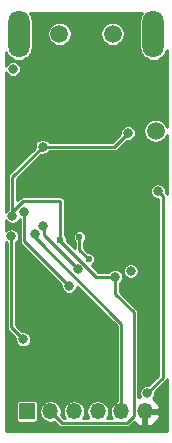
<source format=gbr>
%TF.GenerationSoftware,KiCad,Pcbnew,(5.1.9)-1*%
%TF.CreationDate,2021-06-08T23:05:36-04:00*%
%TF.ProjectId,mega_nrf24_usb,6d656761-5f6e-4726-9632-345f7573622e,rev?*%
%TF.SameCoordinates,Original*%
%TF.FileFunction,Copper,L2,Bot*%
%TF.FilePolarity,Positive*%
%FSLAX46Y46*%
G04 Gerber Fmt 4.6, Leading zero omitted, Abs format (unit mm)*
G04 Created by KiCad (PCBNEW (5.1.9)-1) date 2021-06-08 23:05:36*
%MOMM*%
%LPD*%
G01*
G04 APERTURE LIST*
%TA.AperFunction,ComponentPad*%
%ADD10O,1.350000X1.350000*%
%TD*%
%TA.AperFunction,ComponentPad*%
%ADD11R,1.350000X1.350000*%
%TD*%
%TA.AperFunction,ComponentPad*%
%ADD12C,1.500000*%
%TD*%
%TA.AperFunction,ComponentPad*%
%ADD13O,1.800000X4.000000*%
%TD*%
%TA.AperFunction,ViaPad*%
%ADD14C,0.800000*%
%TD*%
%TA.AperFunction,ViaPad*%
%ADD15C,0.600000*%
%TD*%
%TA.AperFunction,Conductor*%
%ADD16C,0.250000*%
%TD*%
%TA.AperFunction,Conductor*%
%ADD17C,0.254000*%
%TD*%
%TA.AperFunction,Conductor*%
%ADD18C,0.100000*%
%TD*%
G04 APERTURE END LIST*
D10*
%TO.P,J3,6*%
%TO.N,Earth*%
X255710250Y-133832600D03*
%TO.P,J3,5*%
%TO.N,/RST*%
X253710250Y-133832600D03*
%TO.P,J3,4*%
%TO.N,/MOSI*%
X251710250Y-133832600D03*
%TO.P,J3,3*%
%TO.N,/SCK*%
X249710250Y-133832600D03*
%TO.P,J3,2*%
%TO.N,+5V*%
X247710250Y-133832600D03*
D11*
%TO.P,J3,1*%
%TO.N,/MISO*%
X245710250Y-133832600D03*
%TD*%
D12*
%TO.P,J2,SH*%
%TO.N,N/C*%
X248475500Y-101866700D03*
X252975500Y-101866700D03*
D13*
X245025500Y-101866700D03*
X256425500Y-101866700D03*
%TD*%
D12*
%TO.P,TP1,1*%
%TO.N,Net-(TP1-Pad1)*%
X256616200Y-110070900D03*
%TD*%
D14*
%TO.N,+5V*%
X254502920Y-121947940D03*
X254274320Y-110258860D03*
X247041547Y-111418247D03*
D15*
X248555513Y-119351662D03*
D14*
X244490240Y-117284500D03*
X253202440Y-122425460D03*
X244538500Y-104851198D03*
%TO.N,/CSN_D10*%
X255905000Y-132283200D03*
X256800000Y-115200000D03*
D15*
%TO.N,Net-(U1-Pad16)*%
X250163729Y-119058946D03*
X250938082Y-120937100D03*
D14*
%TO.N,/RST*%
X246370899Y-118787105D03*
%TO.N,/MISO*%
X250033477Y-121807067D03*
X247046747Y-118105982D03*
%TO.N,/MOSI*%
X245414800Y-127736600D03*
X244400000Y-119000000D03*
%TO.N,/SCK*%
X249301000Y-123215400D03*
X245508792Y-116933205D03*
%TO.N,Earth*%
X253238000Y-109776260D03*
D15*
X249302678Y-119262961D03*
D14*
X254147600Y-119649390D03*
D15*
X246052416Y-114377286D03*
D14*
X246989600Y-122088380D03*
X246557800Y-109948980D03*
X254317500Y-106184700D03*
X256522590Y-118986323D03*
X256522590Y-128092200D03*
X249382600Y-107182600D03*
%TD*%
D16*
%TO.N,+5V*%
X244490240Y-113969554D02*
X247041547Y-111418247D01*
X244490240Y-117284500D02*
X244490240Y-113969554D01*
X253114933Y-111418247D02*
X254274320Y-110258860D01*
X247041547Y-111418247D02*
X253114933Y-111418247D01*
X251609860Y-122425460D02*
X253202440Y-122425460D01*
X248555513Y-119371113D02*
X251609860Y-122425460D01*
X248555513Y-119351662D02*
X248555513Y-119371113D01*
X248662651Y-134785001D02*
X247710250Y-133832600D01*
X254167403Y-134785001D02*
X248662651Y-134785001D01*
X254757849Y-134194555D02*
X254167403Y-134785001D01*
X253202440Y-123873942D02*
X254757849Y-125429351D01*
X254757849Y-125429351D02*
X254757849Y-134194555D01*
X253202440Y-122425460D02*
X253202440Y-123873942D01*
X244490240Y-117284500D02*
X244490240Y-116949201D01*
X244490240Y-116949201D02*
X245423668Y-116015773D01*
X245423668Y-116015773D02*
X248555513Y-116015773D01*
X248555513Y-116015773D02*
X248555513Y-119351662D01*
%TO.N,/CSN_D10*%
X257200000Y-115600000D02*
X256800000Y-115200000D01*
X255905000Y-132283200D02*
X257200000Y-130988200D01*
X257200000Y-130988200D02*
X257200000Y-115600000D01*
%TO.N,Net-(U1-Pad16)*%
X250163729Y-119058946D02*
X250163729Y-120162747D01*
X250163729Y-120162747D02*
X250938082Y-120937100D01*
%TO.N,/RST*%
X253710250Y-133832600D02*
X253710250Y-126445720D01*
X246370899Y-119106369D02*
X246370899Y-118787105D01*
X253710250Y-126445720D02*
X246370899Y-119106369D01*
%TO.N,/MISO*%
X250033477Y-121807067D02*
X247130365Y-118903955D01*
X247130365Y-118189600D02*
X247046747Y-118105982D01*
X247130365Y-118903955D02*
X247130365Y-118189600D01*
%TO.N,/MOSI*%
X245414800Y-127736600D02*
X244400000Y-126721800D01*
X244400000Y-126721800D02*
X244400000Y-119000000D01*
%TO.N,/SCK*%
X249301000Y-123215400D02*
X249097800Y-123012200D01*
X249301000Y-123215400D02*
X245508792Y-119423192D01*
X245508792Y-119423192D02*
X245508792Y-116933205D01*
%TO.N,Earth*%
X246989600Y-122088380D02*
X246989600Y-123009660D01*
X249324180Y-107182600D02*
X249382600Y-107182600D01*
X246557800Y-109948980D02*
X249324180Y-107182600D01*
%TD*%
D17*
%TO.N,Earth*%
X245104392Y-119403340D02*
X245102437Y-119423192D01*
X245104392Y-119443044D01*
X245104392Y-119443051D01*
X245105115Y-119450388D01*
X245110244Y-119502468D01*
X245131459Y-119572403D01*
X245133368Y-119578697D01*
X245170919Y-119648950D01*
X245221455Y-119710529D01*
X245236886Y-119723193D01*
X248628332Y-123114640D01*
X248621600Y-123148485D01*
X248621600Y-123282315D01*
X248647709Y-123413574D01*
X248698924Y-123537216D01*
X248773276Y-123648492D01*
X248867908Y-123743124D01*
X248979184Y-123817476D01*
X249102826Y-123868691D01*
X249234085Y-123894800D01*
X249367915Y-123894800D01*
X249499174Y-123868691D01*
X249622816Y-123817476D01*
X249734092Y-123743124D01*
X249828724Y-123648492D01*
X249903076Y-123537216D01*
X249954291Y-123413574D01*
X249979494Y-123286871D01*
X253305851Y-126613229D01*
X253305850Y-132967073D01*
X253258172Y-132986822D01*
X253101855Y-133091269D01*
X252968919Y-133224205D01*
X252864472Y-133380522D01*
X252792527Y-133554212D01*
X252755850Y-133738600D01*
X252755850Y-133926600D01*
X252792527Y-134110988D01*
X252864472Y-134284678D01*
X252928565Y-134380601D01*
X252491935Y-134380601D01*
X252556028Y-134284678D01*
X252627973Y-134110988D01*
X252664650Y-133926600D01*
X252664650Y-133738600D01*
X252627973Y-133554212D01*
X252556028Y-133380522D01*
X252451581Y-133224205D01*
X252318645Y-133091269D01*
X252162328Y-132986822D01*
X251988638Y-132914877D01*
X251804250Y-132878200D01*
X251616250Y-132878200D01*
X251431862Y-132914877D01*
X251258172Y-132986822D01*
X251101855Y-133091269D01*
X250968919Y-133224205D01*
X250864472Y-133380522D01*
X250792527Y-133554212D01*
X250755850Y-133738600D01*
X250755850Y-133926600D01*
X250792527Y-134110988D01*
X250864472Y-134284678D01*
X250928565Y-134380601D01*
X250491935Y-134380601D01*
X250556028Y-134284678D01*
X250627973Y-134110988D01*
X250664650Y-133926600D01*
X250664650Y-133738600D01*
X250627973Y-133554212D01*
X250556028Y-133380522D01*
X250451581Y-133224205D01*
X250318645Y-133091269D01*
X250162328Y-132986822D01*
X249988638Y-132914877D01*
X249804250Y-132878200D01*
X249616250Y-132878200D01*
X249431862Y-132914877D01*
X249258172Y-132986822D01*
X249101855Y-133091269D01*
X248968919Y-133224205D01*
X248864472Y-133380522D01*
X248792527Y-133554212D01*
X248755850Y-133738600D01*
X248755850Y-133926600D01*
X248792527Y-134110988D01*
X248864472Y-134284678D01*
X248928565Y-134380601D01*
X248830159Y-134380601D01*
X248608224Y-134158666D01*
X248627973Y-134110988D01*
X248664650Y-133926600D01*
X248664650Y-133738600D01*
X248627973Y-133554212D01*
X248556028Y-133380522D01*
X248451581Y-133224205D01*
X248318645Y-133091269D01*
X248162328Y-132986822D01*
X247988638Y-132914877D01*
X247804250Y-132878200D01*
X247616250Y-132878200D01*
X247431862Y-132914877D01*
X247258172Y-132986822D01*
X247101855Y-133091269D01*
X246968919Y-133224205D01*
X246864472Y-133380522D01*
X246792527Y-133554212D01*
X246755850Y-133738600D01*
X246755850Y-133926600D01*
X246792527Y-134110988D01*
X246864472Y-134284678D01*
X246968919Y-134440995D01*
X247101855Y-134573931D01*
X247258172Y-134678378D01*
X247431862Y-134750323D01*
X247616250Y-134787000D01*
X247804250Y-134787000D01*
X247988638Y-134750323D01*
X248036316Y-134730574D01*
X248362655Y-135056913D01*
X248375314Y-135072338D01*
X248436892Y-135122874D01*
X248507145Y-135160425D01*
X248583375Y-135183549D01*
X248642791Y-135189401D01*
X248642801Y-135189401D01*
X248662650Y-135191356D01*
X248682500Y-135189401D01*
X254147551Y-135189401D01*
X254167403Y-135191356D01*
X254187255Y-135189401D01*
X254187263Y-135189401D01*
X254246679Y-135183549D01*
X254322909Y-135160425D01*
X254393162Y-135122874D01*
X254454740Y-135072338D01*
X254467404Y-135056908D01*
X254778751Y-134745560D01*
X254839023Y-134810903D01*
X255046621Y-134962073D01*
X255279722Y-135069838D01*
X255380850Y-135100510D01*
X255583250Y-134976824D01*
X255583250Y-133959600D01*
X255837250Y-133959600D01*
X255837250Y-134976824D01*
X256039650Y-135100510D01*
X256140778Y-135069838D01*
X256373879Y-134962073D01*
X256581477Y-134810903D01*
X256755594Y-134622137D01*
X256889539Y-134403030D01*
X256978165Y-134162001D01*
X256855335Y-133959600D01*
X255837250Y-133959600D01*
X255583250Y-133959600D01*
X255563250Y-133959600D01*
X255563250Y-133705600D01*
X255583250Y-133705600D01*
X255583250Y-133685600D01*
X255837250Y-133685600D01*
X255837250Y-133705600D01*
X256855335Y-133705600D01*
X256978165Y-133503199D01*
X256889539Y-133262170D01*
X256755594Y-133043063D01*
X256581477Y-132854297D01*
X256415547Y-132733469D01*
X256432724Y-132716292D01*
X256507076Y-132605016D01*
X256558291Y-132481374D01*
X256584400Y-132350115D01*
X256584400Y-132216285D01*
X256577668Y-132182440D01*
X257471913Y-131288195D01*
X257487337Y-131275537D01*
X257537873Y-131213959D01*
X257575424Y-131143706D01*
X257581400Y-131124005D01*
X257581400Y-135485199D01*
X243916200Y-135485199D01*
X243916200Y-133157600D01*
X244754499Y-133157600D01*
X244754499Y-134507600D01*
X244759894Y-134562372D01*
X244775870Y-134615039D01*
X244801814Y-134663577D01*
X244836729Y-134706121D01*
X244879273Y-134741036D01*
X244927811Y-134766980D01*
X244980478Y-134782956D01*
X245035250Y-134788351D01*
X246385250Y-134788351D01*
X246440022Y-134782956D01*
X246492689Y-134766980D01*
X246541227Y-134741036D01*
X246583771Y-134706121D01*
X246618686Y-134663577D01*
X246644630Y-134615039D01*
X246660606Y-134562372D01*
X246666001Y-134507600D01*
X246666001Y-133157600D01*
X246660606Y-133102828D01*
X246644630Y-133050161D01*
X246618686Y-133001623D01*
X246583771Y-132959079D01*
X246541227Y-132924164D01*
X246492689Y-132898220D01*
X246440022Y-132882244D01*
X246385250Y-132876849D01*
X245035250Y-132876849D01*
X244980478Y-132882244D01*
X244927811Y-132898220D01*
X244879273Y-132924164D01*
X244836729Y-132959079D01*
X244801814Y-133001623D01*
X244775870Y-133050161D01*
X244759894Y-133102828D01*
X244754499Y-133157600D01*
X243916200Y-133157600D01*
X243916200Y-119477016D01*
X243966908Y-119527724D01*
X243995601Y-119546896D01*
X243995600Y-126701948D01*
X243993645Y-126721800D01*
X243995600Y-126741652D01*
X243995600Y-126741659D01*
X244001452Y-126801075D01*
X244024576Y-126877305D01*
X244062127Y-126947558D01*
X244112663Y-127009137D01*
X244128094Y-127021801D01*
X244742132Y-127635840D01*
X244735400Y-127669685D01*
X244735400Y-127803515D01*
X244761509Y-127934774D01*
X244812724Y-128058416D01*
X244887076Y-128169692D01*
X244981708Y-128264324D01*
X245092984Y-128338676D01*
X245216626Y-128389891D01*
X245347885Y-128416000D01*
X245481715Y-128416000D01*
X245612974Y-128389891D01*
X245736616Y-128338676D01*
X245847892Y-128264324D01*
X245942524Y-128169692D01*
X246016876Y-128058416D01*
X246068091Y-127934774D01*
X246094200Y-127803515D01*
X246094200Y-127669685D01*
X246068091Y-127538426D01*
X246016876Y-127414784D01*
X245942524Y-127303508D01*
X245847892Y-127208876D01*
X245736616Y-127134524D01*
X245612974Y-127083309D01*
X245481715Y-127057200D01*
X245347885Y-127057200D01*
X245314040Y-127063932D01*
X244804400Y-126554293D01*
X244804400Y-119546895D01*
X244833092Y-119527724D01*
X244927724Y-119433092D01*
X245002076Y-119321816D01*
X245053291Y-119198174D01*
X245079400Y-119066915D01*
X245079400Y-118933085D01*
X245053291Y-118801826D01*
X245002076Y-118678184D01*
X244927724Y-118566908D01*
X244833092Y-118472276D01*
X244721816Y-118397924D01*
X244598174Y-118346709D01*
X244466915Y-118320600D01*
X244333085Y-118320600D01*
X244201826Y-118346709D01*
X244078184Y-118397924D01*
X243966908Y-118472276D01*
X243916200Y-118522984D01*
X243916200Y-117648275D01*
X243962516Y-117717592D01*
X244057148Y-117812224D01*
X244168424Y-117886576D01*
X244292066Y-117937791D01*
X244423325Y-117963900D01*
X244557155Y-117963900D01*
X244688414Y-117937791D01*
X244812056Y-117886576D01*
X244923332Y-117812224D01*
X245017964Y-117717592D01*
X245092316Y-117606316D01*
X245104393Y-117577161D01*
X245104392Y-119403340D01*
%TA.AperFunction,Conductor*%
D18*
G36*
X245104392Y-119403340D02*
G01*
X245102437Y-119423192D01*
X245104392Y-119443044D01*
X245104392Y-119443051D01*
X245105115Y-119450388D01*
X245110244Y-119502468D01*
X245131459Y-119572403D01*
X245133368Y-119578697D01*
X245170919Y-119648950D01*
X245221455Y-119710529D01*
X245236886Y-119723193D01*
X248628332Y-123114640D01*
X248621600Y-123148485D01*
X248621600Y-123282315D01*
X248647709Y-123413574D01*
X248698924Y-123537216D01*
X248773276Y-123648492D01*
X248867908Y-123743124D01*
X248979184Y-123817476D01*
X249102826Y-123868691D01*
X249234085Y-123894800D01*
X249367915Y-123894800D01*
X249499174Y-123868691D01*
X249622816Y-123817476D01*
X249734092Y-123743124D01*
X249828724Y-123648492D01*
X249903076Y-123537216D01*
X249954291Y-123413574D01*
X249979494Y-123286871D01*
X253305851Y-126613229D01*
X253305850Y-132967073D01*
X253258172Y-132986822D01*
X253101855Y-133091269D01*
X252968919Y-133224205D01*
X252864472Y-133380522D01*
X252792527Y-133554212D01*
X252755850Y-133738600D01*
X252755850Y-133926600D01*
X252792527Y-134110988D01*
X252864472Y-134284678D01*
X252928565Y-134380601D01*
X252491935Y-134380601D01*
X252556028Y-134284678D01*
X252627973Y-134110988D01*
X252664650Y-133926600D01*
X252664650Y-133738600D01*
X252627973Y-133554212D01*
X252556028Y-133380522D01*
X252451581Y-133224205D01*
X252318645Y-133091269D01*
X252162328Y-132986822D01*
X251988638Y-132914877D01*
X251804250Y-132878200D01*
X251616250Y-132878200D01*
X251431862Y-132914877D01*
X251258172Y-132986822D01*
X251101855Y-133091269D01*
X250968919Y-133224205D01*
X250864472Y-133380522D01*
X250792527Y-133554212D01*
X250755850Y-133738600D01*
X250755850Y-133926600D01*
X250792527Y-134110988D01*
X250864472Y-134284678D01*
X250928565Y-134380601D01*
X250491935Y-134380601D01*
X250556028Y-134284678D01*
X250627973Y-134110988D01*
X250664650Y-133926600D01*
X250664650Y-133738600D01*
X250627973Y-133554212D01*
X250556028Y-133380522D01*
X250451581Y-133224205D01*
X250318645Y-133091269D01*
X250162328Y-132986822D01*
X249988638Y-132914877D01*
X249804250Y-132878200D01*
X249616250Y-132878200D01*
X249431862Y-132914877D01*
X249258172Y-132986822D01*
X249101855Y-133091269D01*
X248968919Y-133224205D01*
X248864472Y-133380522D01*
X248792527Y-133554212D01*
X248755850Y-133738600D01*
X248755850Y-133926600D01*
X248792527Y-134110988D01*
X248864472Y-134284678D01*
X248928565Y-134380601D01*
X248830159Y-134380601D01*
X248608224Y-134158666D01*
X248627973Y-134110988D01*
X248664650Y-133926600D01*
X248664650Y-133738600D01*
X248627973Y-133554212D01*
X248556028Y-133380522D01*
X248451581Y-133224205D01*
X248318645Y-133091269D01*
X248162328Y-132986822D01*
X247988638Y-132914877D01*
X247804250Y-132878200D01*
X247616250Y-132878200D01*
X247431862Y-132914877D01*
X247258172Y-132986822D01*
X247101855Y-133091269D01*
X246968919Y-133224205D01*
X246864472Y-133380522D01*
X246792527Y-133554212D01*
X246755850Y-133738600D01*
X246755850Y-133926600D01*
X246792527Y-134110988D01*
X246864472Y-134284678D01*
X246968919Y-134440995D01*
X247101855Y-134573931D01*
X247258172Y-134678378D01*
X247431862Y-134750323D01*
X247616250Y-134787000D01*
X247804250Y-134787000D01*
X247988638Y-134750323D01*
X248036316Y-134730574D01*
X248362655Y-135056913D01*
X248375314Y-135072338D01*
X248436892Y-135122874D01*
X248507145Y-135160425D01*
X248583375Y-135183549D01*
X248642791Y-135189401D01*
X248642801Y-135189401D01*
X248662650Y-135191356D01*
X248682500Y-135189401D01*
X254147551Y-135189401D01*
X254167403Y-135191356D01*
X254187255Y-135189401D01*
X254187263Y-135189401D01*
X254246679Y-135183549D01*
X254322909Y-135160425D01*
X254393162Y-135122874D01*
X254454740Y-135072338D01*
X254467404Y-135056908D01*
X254778751Y-134745560D01*
X254839023Y-134810903D01*
X255046621Y-134962073D01*
X255279722Y-135069838D01*
X255380850Y-135100510D01*
X255583250Y-134976824D01*
X255583250Y-133959600D01*
X255837250Y-133959600D01*
X255837250Y-134976824D01*
X256039650Y-135100510D01*
X256140778Y-135069838D01*
X256373879Y-134962073D01*
X256581477Y-134810903D01*
X256755594Y-134622137D01*
X256889539Y-134403030D01*
X256978165Y-134162001D01*
X256855335Y-133959600D01*
X255837250Y-133959600D01*
X255583250Y-133959600D01*
X255563250Y-133959600D01*
X255563250Y-133705600D01*
X255583250Y-133705600D01*
X255583250Y-133685600D01*
X255837250Y-133685600D01*
X255837250Y-133705600D01*
X256855335Y-133705600D01*
X256978165Y-133503199D01*
X256889539Y-133262170D01*
X256755594Y-133043063D01*
X256581477Y-132854297D01*
X256415547Y-132733469D01*
X256432724Y-132716292D01*
X256507076Y-132605016D01*
X256558291Y-132481374D01*
X256584400Y-132350115D01*
X256584400Y-132216285D01*
X256577668Y-132182440D01*
X257471913Y-131288195D01*
X257487337Y-131275537D01*
X257537873Y-131213959D01*
X257575424Y-131143706D01*
X257581400Y-131124005D01*
X257581400Y-135485199D01*
X243916200Y-135485199D01*
X243916200Y-133157600D01*
X244754499Y-133157600D01*
X244754499Y-134507600D01*
X244759894Y-134562372D01*
X244775870Y-134615039D01*
X244801814Y-134663577D01*
X244836729Y-134706121D01*
X244879273Y-134741036D01*
X244927811Y-134766980D01*
X244980478Y-134782956D01*
X245035250Y-134788351D01*
X246385250Y-134788351D01*
X246440022Y-134782956D01*
X246492689Y-134766980D01*
X246541227Y-134741036D01*
X246583771Y-134706121D01*
X246618686Y-134663577D01*
X246644630Y-134615039D01*
X246660606Y-134562372D01*
X246666001Y-134507600D01*
X246666001Y-133157600D01*
X246660606Y-133102828D01*
X246644630Y-133050161D01*
X246618686Y-133001623D01*
X246583771Y-132959079D01*
X246541227Y-132924164D01*
X246492689Y-132898220D01*
X246440022Y-132882244D01*
X246385250Y-132876849D01*
X245035250Y-132876849D01*
X244980478Y-132882244D01*
X244927811Y-132898220D01*
X244879273Y-132924164D01*
X244836729Y-132959079D01*
X244801814Y-133001623D01*
X244775870Y-133050161D01*
X244759894Y-133102828D01*
X244754499Y-133157600D01*
X243916200Y-133157600D01*
X243916200Y-119477016D01*
X243966908Y-119527724D01*
X243995601Y-119546896D01*
X243995600Y-126701948D01*
X243993645Y-126721800D01*
X243995600Y-126741652D01*
X243995600Y-126741659D01*
X244001452Y-126801075D01*
X244024576Y-126877305D01*
X244062127Y-126947558D01*
X244112663Y-127009137D01*
X244128094Y-127021801D01*
X244742132Y-127635840D01*
X244735400Y-127669685D01*
X244735400Y-127803515D01*
X244761509Y-127934774D01*
X244812724Y-128058416D01*
X244887076Y-128169692D01*
X244981708Y-128264324D01*
X245092984Y-128338676D01*
X245216626Y-128389891D01*
X245347885Y-128416000D01*
X245481715Y-128416000D01*
X245612974Y-128389891D01*
X245736616Y-128338676D01*
X245847892Y-128264324D01*
X245942524Y-128169692D01*
X246016876Y-128058416D01*
X246068091Y-127934774D01*
X246094200Y-127803515D01*
X246094200Y-127669685D01*
X246068091Y-127538426D01*
X246016876Y-127414784D01*
X245942524Y-127303508D01*
X245847892Y-127208876D01*
X245736616Y-127134524D01*
X245612974Y-127083309D01*
X245481715Y-127057200D01*
X245347885Y-127057200D01*
X245314040Y-127063932D01*
X244804400Y-126554293D01*
X244804400Y-119546895D01*
X244833092Y-119527724D01*
X244927724Y-119433092D01*
X245002076Y-119321816D01*
X245053291Y-119198174D01*
X245079400Y-119066915D01*
X245079400Y-118933085D01*
X245053291Y-118801826D01*
X245002076Y-118678184D01*
X244927724Y-118566908D01*
X244833092Y-118472276D01*
X244721816Y-118397924D01*
X244598174Y-118346709D01*
X244466915Y-118320600D01*
X244333085Y-118320600D01*
X244201826Y-118346709D01*
X244078184Y-118397924D01*
X243966908Y-118472276D01*
X243916200Y-118522984D01*
X243916200Y-117648275D01*
X243962516Y-117717592D01*
X244057148Y-117812224D01*
X244168424Y-117886576D01*
X244292066Y-117937791D01*
X244423325Y-117963900D01*
X244557155Y-117963900D01*
X244688414Y-117937791D01*
X244812056Y-117886576D01*
X244923332Y-117812224D01*
X245017964Y-117717592D01*
X245092316Y-117606316D01*
X245104393Y-117577161D01*
X245104392Y-119403340D01*
G37*
%TD.AperFunction*%
D17*
X255330606Y-100313180D02*
X255263166Y-100535497D01*
X255246101Y-100708765D01*
X255246100Y-103024634D01*
X255263165Y-103197902D01*
X255330605Y-103420219D01*
X255440120Y-103625109D01*
X255587504Y-103804696D01*
X255767090Y-103952080D01*
X255971980Y-104061595D01*
X256194297Y-104129035D01*
X256425500Y-104151806D01*
X256656702Y-104129035D01*
X256879019Y-104061595D01*
X257083909Y-103952080D01*
X257263496Y-103804696D01*
X257410880Y-103625110D01*
X257520395Y-103420220D01*
X257581400Y-103219118D01*
X257581400Y-109711146D01*
X257528443Y-109583296D01*
X257415787Y-109414696D01*
X257272404Y-109271313D01*
X257103804Y-109158657D01*
X256916465Y-109081059D01*
X256717587Y-109041500D01*
X256514813Y-109041500D01*
X256315935Y-109081059D01*
X256128596Y-109158657D01*
X255959996Y-109271313D01*
X255816613Y-109414696D01*
X255703957Y-109583296D01*
X255626359Y-109770635D01*
X255586800Y-109969513D01*
X255586800Y-110172287D01*
X255626359Y-110371165D01*
X255703957Y-110558504D01*
X255816613Y-110727104D01*
X255959996Y-110870487D01*
X256128596Y-110983143D01*
X256315935Y-111060741D01*
X256514813Y-111100300D01*
X256717587Y-111100300D01*
X256916465Y-111060741D01*
X257103804Y-110983143D01*
X257272404Y-110870487D01*
X257415787Y-110727104D01*
X257528443Y-110558504D01*
X257581400Y-110430654D01*
X257581400Y-115464194D01*
X257575424Y-115444494D01*
X257537873Y-115374241D01*
X257487337Y-115312663D01*
X257472691Y-115300643D01*
X257479400Y-115266915D01*
X257479400Y-115133085D01*
X257453291Y-115001826D01*
X257402076Y-114878184D01*
X257327724Y-114766908D01*
X257233092Y-114672276D01*
X257121816Y-114597924D01*
X256998174Y-114546709D01*
X256866915Y-114520600D01*
X256733085Y-114520600D01*
X256601826Y-114546709D01*
X256478184Y-114597924D01*
X256366908Y-114672276D01*
X256272276Y-114766908D01*
X256197924Y-114878184D01*
X256146709Y-115001826D01*
X256120600Y-115133085D01*
X256120600Y-115266915D01*
X256146709Y-115398174D01*
X256197924Y-115521816D01*
X256272276Y-115633092D01*
X256366908Y-115727724D01*
X256478184Y-115802076D01*
X256601826Y-115853291D01*
X256733085Y-115879400D01*
X256795601Y-115879400D01*
X256795600Y-130820692D01*
X256005760Y-131610532D01*
X255971915Y-131603800D01*
X255838085Y-131603800D01*
X255706826Y-131629909D01*
X255583184Y-131681124D01*
X255471908Y-131755476D01*
X255377276Y-131850108D01*
X255302924Y-131961384D01*
X255251709Y-132085026D01*
X255225600Y-132216285D01*
X255225600Y-132350115D01*
X255251709Y-132481374D01*
X255296782Y-132590188D01*
X255279722Y-132595362D01*
X255162249Y-132649671D01*
X255162249Y-125449211D01*
X255164205Y-125429351D01*
X255156397Y-125350074D01*
X255133273Y-125273845D01*
X255095722Y-125203592D01*
X255045186Y-125142014D01*
X255029762Y-125129356D01*
X253606840Y-123706435D01*
X253606840Y-122972355D01*
X253635532Y-122953184D01*
X253730164Y-122858552D01*
X253804516Y-122747276D01*
X253855731Y-122623634D01*
X253881840Y-122492375D01*
X253881840Y-122358545D01*
X253855731Y-122227286D01*
X253804516Y-122103644D01*
X253730164Y-121992368D01*
X253635532Y-121897736D01*
X253610523Y-121881025D01*
X253823520Y-121881025D01*
X253823520Y-122014855D01*
X253849629Y-122146114D01*
X253900844Y-122269756D01*
X253975196Y-122381032D01*
X254069828Y-122475664D01*
X254181104Y-122550016D01*
X254304746Y-122601231D01*
X254436005Y-122627340D01*
X254569835Y-122627340D01*
X254701094Y-122601231D01*
X254824736Y-122550016D01*
X254936012Y-122475664D01*
X255030644Y-122381032D01*
X255104996Y-122269756D01*
X255156211Y-122146114D01*
X255182320Y-122014855D01*
X255182320Y-121881025D01*
X255156211Y-121749766D01*
X255104996Y-121626124D01*
X255030644Y-121514848D01*
X254936012Y-121420216D01*
X254824736Y-121345864D01*
X254701094Y-121294649D01*
X254569835Y-121268540D01*
X254436005Y-121268540D01*
X254304746Y-121294649D01*
X254181104Y-121345864D01*
X254069828Y-121420216D01*
X253975196Y-121514848D01*
X253900844Y-121626124D01*
X253849629Y-121749766D01*
X253823520Y-121881025D01*
X253610523Y-121881025D01*
X253524256Y-121823384D01*
X253400614Y-121772169D01*
X253269355Y-121746060D01*
X253135525Y-121746060D01*
X253004266Y-121772169D01*
X252880624Y-121823384D01*
X252769348Y-121897736D01*
X252674716Y-121992368D01*
X252655545Y-122021060D01*
X251777368Y-122021060D01*
X251208524Y-121452217D01*
X251212531Y-121450557D01*
X251307428Y-121387149D01*
X251388131Y-121306446D01*
X251451539Y-121211549D01*
X251495216Y-121106105D01*
X251517482Y-120994166D01*
X251517482Y-120880034D01*
X251495216Y-120768095D01*
X251451539Y-120662651D01*
X251388131Y-120567754D01*
X251307428Y-120487051D01*
X251212531Y-120423643D01*
X251107087Y-120379966D01*
X250995148Y-120357700D01*
X250930590Y-120357700D01*
X250568129Y-119995240D01*
X250568129Y-119473941D01*
X250613778Y-119428292D01*
X250677186Y-119333395D01*
X250720863Y-119227951D01*
X250743129Y-119116012D01*
X250743129Y-119001880D01*
X250720863Y-118889941D01*
X250677186Y-118784497D01*
X250613778Y-118689600D01*
X250533075Y-118608897D01*
X250438178Y-118545489D01*
X250332734Y-118501812D01*
X250220795Y-118479546D01*
X250106663Y-118479546D01*
X249994724Y-118501812D01*
X249889280Y-118545489D01*
X249794383Y-118608897D01*
X249713680Y-118689600D01*
X249650272Y-118784497D01*
X249606595Y-118889941D01*
X249584329Y-119001880D01*
X249584329Y-119116012D01*
X249606595Y-119227951D01*
X249650272Y-119333395D01*
X249713680Y-119428292D01*
X249759329Y-119473941D01*
X249759330Y-120003023D01*
X249134913Y-119378606D01*
X249134913Y-119294596D01*
X249112647Y-119182657D01*
X249068970Y-119077213D01*
X249005562Y-118982316D01*
X248959913Y-118936667D01*
X248959913Y-116035633D01*
X248961869Y-116015773D01*
X248954061Y-115936497D01*
X248930937Y-115860267D01*
X248893386Y-115790014D01*
X248842850Y-115728436D01*
X248781272Y-115677900D01*
X248711019Y-115640349D01*
X248634789Y-115617225D01*
X248575373Y-115611373D01*
X248575372Y-115611373D01*
X248555513Y-115609417D01*
X248535653Y-115611373D01*
X245443528Y-115611373D01*
X245423668Y-115609417D01*
X245344391Y-115617225D01*
X245292085Y-115633092D01*
X245268162Y-115640349D01*
X245197909Y-115677900D01*
X245136331Y-115728436D01*
X245123672Y-115743861D01*
X244894640Y-115972893D01*
X244894640Y-114137061D01*
X246940787Y-112090915D01*
X246974632Y-112097647D01*
X247108462Y-112097647D01*
X247239721Y-112071538D01*
X247363363Y-112020323D01*
X247474639Y-111945971D01*
X247569271Y-111851339D01*
X247588442Y-111822647D01*
X253095081Y-111822647D01*
X253114933Y-111824602D01*
X253134785Y-111822647D01*
X253134793Y-111822647D01*
X253194209Y-111816795D01*
X253270439Y-111793671D01*
X253340692Y-111756120D01*
X253402270Y-111705584D01*
X253414934Y-111690153D01*
X254173560Y-110931528D01*
X254207405Y-110938260D01*
X254341235Y-110938260D01*
X254472494Y-110912151D01*
X254596136Y-110860936D01*
X254707412Y-110786584D01*
X254802044Y-110691952D01*
X254876396Y-110580676D01*
X254927611Y-110457034D01*
X254953720Y-110325775D01*
X254953720Y-110191945D01*
X254927611Y-110060686D01*
X254876396Y-109937044D01*
X254802044Y-109825768D01*
X254707412Y-109731136D01*
X254596136Y-109656784D01*
X254472494Y-109605569D01*
X254341235Y-109579460D01*
X254207405Y-109579460D01*
X254076146Y-109605569D01*
X253952504Y-109656784D01*
X253841228Y-109731136D01*
X253746596Y-109825768D01*
X253672244Y-109937044D01*
X253621029Y-110060686D01*
X253594920Y-110191945D01*
X253594920Y-110325775D01*
X253601652Y-110359620D01*
X252947426Y-111013847D01*
X247588442Y-111013847D01*
X247569271Y-110985155D01*
X247474639Y-110890523D01*
X247363363Y-110816171D01*
X247239721Y-110764956D01*
X247108462Y-110738847D01*
X246974632Y-110738847D01*
X246843373Y-110764956D01*
X246719731Y-110816171D01*
X246608455Y-110890523D01*
X246513823Y-110985155D01*
X246439471Y-111096431D01*
X246388256Y-111220073D01*
X246362147Y-111351332D01*
X246362147Y-111485162D01*
X246368879Y-111519007D01*
X244218329Y-113669558D01*
X244202904Y-113682217D01*
X244190245Y-113697642D01*
X244190243Y-113697644D01*
X244152368Y-113743795D01*
X244114816Y-113814049D01*
X244091692Y-113890278D01*
X244083885Y-113969554D01*
X244085841Y-113989416D01*
X244085840Y-116737605D01*
X244057148Y-116756776D01*
X243962516Y-116851408D01*
X243916200Y-116920725D01*
X243916200Y-105124190D01*
X243936424Y-105173014D01*
X244010776Y-105284290D01*
X244105408Y-105378922D01*
X244216684Y-105453274D01*
X244340326Y-105504489D01*
X244471585Y-105530598D01*
X244605415Y-105530598D01*
X244736674Y-105504489D01*
X244860316Y-105453274D01*
X244971592Y-105378922D01*
X245066224Y-105284290D01*
X245140576Y-105173014D01*
X245191791Y-105049372D01*
X245217900Y-104918113D01*
X245217900Y-104784283D01*
X245191791Y-104653024D01*
X245140576Y-104529382D01*
X245066224Y-104418106D01*
X244971592Y-104323474D01*
X244860316Y-104249122D01*
X244736674Y-104197907D01*
X244605415Y-104171798D01*
X244471585Y-104171798D01*
X244340326Y-104197907D01*
X244216684Y-104249122D01*
X244105408Y-104323474D01*
X244010776Y-104418106D01*
X243936424Y-104529382D01*
X243916200Y-104578206D01*
X243916200Y-103372733D01*
X243930605Y-103420219D01*
X244040120Y-103625109D01*
X244187504Y-103804696D01*
X244367090Y-103952080D01*
X244571980Y-104061595D01*
X244794297Y-104129035D01*
X245025500Y-104151806D01*
X245256702Y-104129035D01*
X245479019Y-104061595D01*
X245683909Y-103952080D01*
X245863496Y-103804696D01*
X246010880Y-103625110D01*
X246120395Y-103420220D01*
X246187835Y-103197903D01*
X246204900Y-103024635D01*
X246204900Y-101765313D01*
X247446100Y-101765313D01*
X247446100Y-101968087D01*
X247485659Y-102166965D01*
X247563257Y-102354304D01*
X247675913Y-102522904D01*
X247819296Y-102666287D01*
X247987896Y-102778943D01*
X248175235Y-102856541D01*
X248374113Y-102896100D01*
X248576887Y-102896100D01*
X248775765Y-102856541D01*
X248963104Y-102778943D01*
X249131704Y-102666287D01*
X249275087Y-102522904D01*
X249387743Y-102354304D01*
X249465341Y-102166965D01*
X249504900Y-101968087D01*
X249504900Y-101765313D01*
X251946100Y-101765313D01*
X251946100Y-101968087D01*
X251985659Y-102166965D01*
X252063257Y-102354304D01*
X252175913Y-102522904D01*
X252319296Y-102666287D01*
X252487896Y-102778943D01*
X252675235Y-102856541D01*
X252874113Y-102896100D01*
X253076887Y-102896100D01*
X253275765Y-102856541D01*
X253463104Y-102778943D01*
X253631704Y-102666287D01*
X253775087Y-102522904D01*
X253887743Y-102354304D01*
X253965341Y-102166965D01*
X254004900Y-101968087D01*
X254004900Y-101765313D01*
X253965341Y-101566435D01*
X253887743Y-101379096D01*
X253775087Y-101210496D01*
X253631704Y-101067113D01*
X253463104Y-100954457D01*
X253275765Y-100876859D01*
X253076887Y-100837300D01*
X252874113Y-100837300D01*
X252675235Y-100876859D01*
X252487896Y-100954457D01*
X252319296Y-101067113D01*
X252175913Y-101210496D01*
X252063257Y-101379096D01*
X251985659Y-101566435D01*
X251946100Y-101765313D01*
X249504900Y-101765313D01*
X249465341Y-101566435D01*
X249387743Y-101379096D01*
X249275087Y-101210496D01*
X249131704Y-101067113D01*
X248963104Y-100954457D01*
X248775765Y-100876859D01*
X248576887Y-100837300D01*
X248374113Y-100837300D01*
X248175235Y-100876859D01*
X247987896Y-100954457D01*
X247819296Y-101067113D01*
X247675913Y-101210496D01*
X247563257Y-101379096D01*
X247485659Y-101566435D01*
X247446100Y-101765313D01*
X246204900Y-101765313D01*
X246204900Y-100708765D01*
X246187835Y-100535497D01*
X246120395Y-100313180D01*
X246013985Y-100114100D01*
X255437016Y-100114100D01*
X255330606Y-100313180D01*
%TA.AperFunction,Conductor*%
D18*
G36*
X255330606Y-100313180D02*
G01*
X255263166Y-100535497D01*
X255246101Y-100708765D01*
X255246100Y-103024634D01*
X255263165Y-103197902D01*
X255330605Y-103420219D01*
X255440120Y-103625109D01*
X255587504Y-103804696D01*
X255767090Y-103952080D01*
X255971980Y-104061595D01*
X256194297Y-104129035D01*
X256425500Y-104151806D01*
X256656702Y-104129035D01*
X256879019Y-104061595D01*
X257083909Y-103952080D01*
X257263496Y-103804696D01*
X257410880Y-103625110D01*
X257520395Y-103420220D01*
X257581400Y-103219118D01*
X257581400Y-109711146D01*
X257528443Y-109583296D01*
X257415787Y-109414696D01*
X257272404Y-109271313D01*
X257103804Y-109158657D01*
X256916465Y-109081059D01*
X256717587Y-109041500D01*
X256514813Y-109041500D01*
X256315935Y-109081059D01*
X256128596Y-109158657D01*
X255959996Y-109271313D01*
X255816613Y-109414696D01*
X255703957Y-109583296D01*
X255626359Y-109770635D01*
X255586800Y-109969513D01*
X255586800Y-110172287D01*
X255626359Y-110371165D01*
X255703957Y-110558504D01*
X255816613Y-110727104D01*
X255959996Y-110870487D01*
X256128596Y-110983143D01*
X256315935Y-111060741D01*
X256514813Y-111100300D01*
X256717587Y-111100300D01*
X256916465Y-111060741D01*
X257103804Y-110983143D01*
X257272404Y-110870487D01*
X257415787Y-110727104D01*
X257528443Y-110558504D01*
X257581400Y-110430654D01*
X257581400Y-115464194D01*
X257575424Y-115444494D01*
X257537873Y-115374241D01*
X257487337Y-115312663D01*
X257472691Y-115300643D01*
X257479400Y-115266915D01*
X257479400Y-115133085D01*
X257453291Y-115001826D01*
X257402076Y-114878184D01*
X257327724Y-114766908D01*
X257233092Y-114672276D01*
X257121816Y-114597924D01*
X256998174Y-114546709D01*
X256866915Y-114520600D01*
X256733085Y-114520600D01*
X256601826Y-114546709D01*
X256478184Y-114597924D01*
X256366908Y-114672276D01*
X256272276Y-114766908D01*
X256197924Y-114878184D01*
X256146709Y-115001826D01*
X256120600Y-115133085D01*
X256120600Y-115266915D01*
X256146709Y-115398174D01*
X256197924Y-115521816D01*
X256272276Y-115633092D01*
X256366908Y-115727724D01*
X256478184Y-115802076D01*
X256601826Y-115853291D01*
X256733085Y-115879400D01*
X256795601Y-115879400D01*
X256795600Y-130820692D01*
X256005760Y-131610532D01*
X255971915Y-131603800D01*
X255838085Y-131603800D01*
X255706826Y-131629909D01*
X255583184Y-131681124D01*
X255471908Y-131755476D01*
X255377276Y-131850108D01*
X255302924Y-131961384D01*
X255251709Y-132085026D01*
X255225600Y-132216285D01*
X255225600Y-132350115D01*
X255251709Y-132481374D01*
X255296782Y-132590188D01*
X255279722Y-132595362D01*
X255162249Y-132649671D01*
X255162249Y-125449211D01*
X255164205Y-125429351D01*
X255156397Y-125350074D01*
X255133273Y-125273845D01*
X255095722Y-125203592D01*
X255045186Y-125142014D01*
X255029762Y-125129356D01*
X253606840Y-123706435D01*
X253606840Y-122972355D01*
X253635532Y-122953184D01*
X253730164Y-122858552D01*
X253804516Y-122747276D01*
X253855731Y-122623634D01*
X253881840Y-122492375D01*
X253881840Y-122358545D01*
X253855731Y-122227286D01*
X253804516Y-122103644D01*
X253730164Y-121992368D01*
X253635532Y-121897736D01*
X253610523Y-121881025D01*
X253823520Y-121881025D01*
X253823520Y-122014855D01*
X253849629Y-122146114D01*
X253900844Y-122269756D01*
X253975196Y-122381032D01*
X254069828Y-122475664D01*
X254181104Y-122550016D01*
X254304746Y-122601231D01*
X254436005Y-122627340D01*
X254569835Y-122627340D01*
X254701094Y-122601231D01*
X254824736Y-122550016D01*
X254936012Y-122475664D01*
X255030644Y-122381032D01*
X255104996Y-122269756D01*
X255156211Y-122146114D01*
X255182320Y-122014855D01*
X255182320Y-121881025D01*
X255156211Y-121749766D01*
X255104996Y-121626124D01*
X255030644Y-121514848D01*
X254936012Y-121420216D01*
X254824736Y-121345864D01*
X254701094Y-121294649D01*
X254569835Y-121268540D01*
X254436005Y-121268540D01*
X254304746Y-121294649D01*
X254181104Y-121345864D01*
X254069828Y-121420216D01*
X253975196Y-121514848D01*
X253900844Y-121626124D01*
X253849629Y-121749766D01*
X253823520Y-121881025D01*
X253610523Y-121881025D01*
X253524256Y-121823384D01*
X253400614Y-121772169D01*
X253269355Y-121746060D01*
X253135525Y-121746060D01*
X253004266Y-121772169D01*
X252880624Y-121823384D01*
X252769348Y-121897736D01*
X252674716Y-121992368D01*
X252655545Y-122021060D01*
X251777368Y-122021060D01*
X251208524Y-121452217D01*
X251212531Y-121450557D01*
X251307428Y-121387149D01*
X251388131Y-121306446D01*
X251451539Y-121211549D01*
X251495216Y-121106105D01*
X251517482Y-120994166D01*
X251517482Y-120880034D01*
X251495216Y-120768095D01*
X251451539Y-120662651D01*
X251388131Y-120567754D01*
X251307428Y-120487051D01*
X251212531Y-120423643D01*
X251107087Y-120379966D01*
X250995148Y-120357700D01*
X250930590Y-120357700D01*
X250568129Y-119995240D01*
X250568129Y-119473941D01*
X250613778Y-119428292D01*
X250677186Y-119333395D01*
X250720863Y-119227951D01*
X250743129Y-119116012D01*
X250743129Y-119001880D01*
X250720863Y-118889941D01*
X250677186Y-118784497D01*
X250613778Y-118689600D01*
X250533075Y-118608897D01*
X250438178Y-118545489D01*
X250332734Y-118501812D01*
X250220795Y-118479546D01*
X250106663Y-118479546D01*
X249994724Y-118501812D01*
X249889280Y-118545489D01*
X249794383Y-118608897D01*
X249713680Y-118689600D01*
X249650272Y-118784497D01*
X249606595Y-118889941D01*
X249584329Y-119001880D01*
X249584329Y-119116012D01*
X249606595Y-119227951D01*
X249650272Y-119333395D01*
X249713680Y-119428292D01*
X249759329Y-119473941D01*
X249759330Y-120003023D01*
X249134913Y-119378606D01*
X249134913Y-119294596D01*
X249112647Y-119182657D01*
X249068970Y-119077213D01*
X249005562Y-118982316D01*
X248959913Y-118936667D01*
X248959913Y-116035633D01*
X248961869Y-116015773D01*
X248954061Y-115936497D01*
X248930937Y-115860267D01*
X248893386Y-115790014D01*
X248842850Y-115728436D01*
X248781272Y-115677900D01*
X248711019Y-115640349D01*
X248634789Y-115617225D01*
X248575373Y-115611373D01*
X248575372Y-115611373D01*
X248555513Y-115609417D01*
X248535653Y-115611373D01*
X245443528Y-115611373D01*
X245423668Y-115609417D01*
X245344391Y-115617225D01*
X245292085Y-115633092D01*
X245268162Y-115640349D01*
X245197909Y-115677900D01*
X245136331Y-115728436D01*
X245123672Y-115743861D01*
X244894640Y-115972893D01*
X244894640Y-114137061D01*
X246940787Y-112090915D01*
X246974632Y-112097647D01*
X247108462Y-112097647D01*
X247239721Y-112071538D01*
X247363363Y-112020323D01*
X247474639Y-111945971D01*
X247569271Y-111851339D01*
X247588442Y-111822647D01*
X253095081Y-111822647D01*
X253114933Y-111824602D01*
X253134785Y-111822647D01*
X253134793Y-111822647D01*
X253194209Y-111816795D01*
X253270439Y-111793671D01*
X253340692Y-111756120D01*
X253402270Y-111705584D01*
X253414934Y-111690153D01*
X254173560Y-110931528D01*
X254207405Y-110938260D01*
X254341235Y-110938260D01*
X254472494Y-110912151D01*
X254596136Y-110860936D01*
X254707412Y-110786584D01*
X254802044Y-110691952D01*
X254876396Y-110580676D01*
X254927611Y-110457034D01*
X254953720Y-110325775D01*
X254953720Y-110191945D01*
X254927611Y-110060686D01*
X254876396Y-109937044D01*
X254802044Y-109825768D01*
X254707412Y-109731136D01*
X254596136Y-109656784D01*
X254472494Y-109605569D01*
X254341235Y-109579460D01*
X254207405Y-109579460D01*
X254076146Y-109605569D01*
X253952504Y-109656784D01*
X253841228Y-109731136D01*
X253746596Y-109825768D01*
X253672244Y-109937044D01*
X253621029Y-110060686D01*
X253594920Y-110191945D01*
X253594920Y-110325775D01*
X253601652Y-110359620D01*
X252947426Y-111013847D01*
X247588442Y-111013847D01*
X247569271Y-110985155D01*
X247474639Y-110890523D01*
X247363363Y-110816171D01*
X247239721Y-110764956D01*
X247108462Y-110738847D01*
X246974632Y-110738847D01*
X246843373Y-110764956D01*
X246719731Y-110816171D01*
X246608455Y-110890523D01*
X246513823Y-110985155D01*
X246439471Y-111096431D01*
X246388256Y-111220073D01*
X246362147Y-111351332D01*
X246362147Y-111485162D01*
X246368879Y-111519007D01*
X244218329Y-113669558D01*
X244202904Y-113682217D01*
X244190245Y-113697642D01*
X244190243Y-113697644D01*
X244152368Y-113743795D01*
X244114816Y-113814049D01*
X244091692Y-113890278D01*
X244083885Y-113969554D01*
X244085841Y-113989416D01*
X244085840Y-116737605D01*
X244057148Y-116756776D01*
X243962516Y-116851408D01*
X243916200Y-116920725D01*
X243916200Y-105124190D01*
X243936424Y-105173014D01*
X244010776Y-105284290D01*
X244105408Y-105378922D01*
X244216684Y-105453274D01*
X244340326Y-105504489D01*
X244471585Y-105530598D01*
X244605415Y-105530598D01*
X244736674Y-105504489D01*
X244860316Y-105453274D01*
X244971592Y-105378922D01*
X245066224Y-105284290D01*
X245140576Y-105173014D01*
X245191791Y-105049372D01*
X245217900Y-104918113D01*
X245217900Y-104784283D01*
X245191791Y-104653024D01*
X245140576Y-104529382D01*
X245066224Y-104418106D01*
X244971592Y-104323474D01*
X244860316Y-104249122D01*
X244736674Y-104197907D01*
X244605415Y-104171798D01*
X244471585Y-104171798D01*
X244340326Y-104197907D01*
X244216684Y-104249122D01*
X244105408Y-104323474D01*
X244010776Y-104418106D01*
X243936424Y-104529382D01*
X243916200Y-104578206D01*
X243916200Y-103372733D01*
X243930605Y-103420219D01*
X244040120Y-103625109D01*
X244187504Y-103804696D01*
X244367090Y-103952080D01*
X244571980Y-104061595D01*
X244794297Y-104129035D01*
X245025500Y-104151806D01*
X245256702Y-104129035D01*
X245479019Y-104061595D01*
X245683909Y-103952080D01*
X245863496Y-103804696D01*
X246010880Y-103625110D01*
X246120395Y-103420220D01*
X246187835Y-103197903D01*
X246204900Y-103024635D01*
X246204900Y-101765313D01*
X247446100Y-101765313D01*
X247446100Y-101968087D01*
X247485659Y-102166965D01*
X247563257Y-102354304D01*
X247675913Y-102522904D01*
X247819296Y-102666287D01*
X247987896Y-102778943D01*
X248175235Y-102856541D01*
X248374113Y-102896100D01*
X248576887Y-102896100D01*
X248775765Y-102856541D01*
X248963104Y-102778943D01*
X249131704Y-102666287D01*
X249275087Y-102522904D01*
X249387743Y-102354304D01*
X249465341Y-102166965D01*
X249504900Y-101968087D01*
X249504900Y-101765313D01*
X251946100Y-101765313D01*
X251946100Y-101968087D01*
X251985659Y-102166965D01*
X252063257Y-102354304D01*
X252175913Y-102522904D01*
X252319296Y-102666287D01*
X252487896Y-102778943D01*
X252675235Y-102856541D01*
X252874113Y-102896100D01*
X253076887Y-102896100D01*
X253275765Y-102856541D01*
X253463104Y-102778943D01*
X253631704Y-102666287D01*
X253775087Y-102522904D01*
X253887743Y-102354304D01*
X253965341Y-102166965D01*
X254004900Y-101968087D01*
X254004900Y-101765313D01*
X253965341Y-101566435D01*
X253887743Y-101379096D01*
X253775087Y-101210496D01*
X253631704Y-101067113D01*
X253463104Y-100954457D01*
X253275765Y-100876859D01*
X253076887Y-100837300D01*
X252874113Y-100837300D01*
X252675235Y-100876859D01*
X252487896Y-100954457D01*
X252319296Y-101067113D01*
X252175913Y-101210496D01*
X252063257Y-101379096D01*
X251985659Y-101566435D01*
X251946100Y-101765313D01*
X249504900Y-101765313D01*
X249465341Y-101566435D01*
X249387743Y-101379096D01*
X249275087Y-101210496D01*
X249131704Y-101067113D01*
X248963104Y-100954457D01*
X248775765Y-100876859D01*
X248576887Y-100837300D01*
X248374113Y-100837300D01*
X248175235Y-100876859D01*
X247987896Y-100954457D01*
X247819296Y-101067113D01*
X247675913Y-101210496D01*
X247563257Y-101379096D01*
X247485659Y-101566435D01*
X247446100Y-101765313D01*
X246204900Y-101765313D01*
X246204900Y-100708765D01*
X246187835Y-100535497D01*
X246120395Y-100313180D01*
X246013985Y-100114100D01*
X255437016Y-100114100D01*
X255330606Y-100313180D01*
G37*
%TD.AperFunction*%
%TD*%
M02*

</source>
